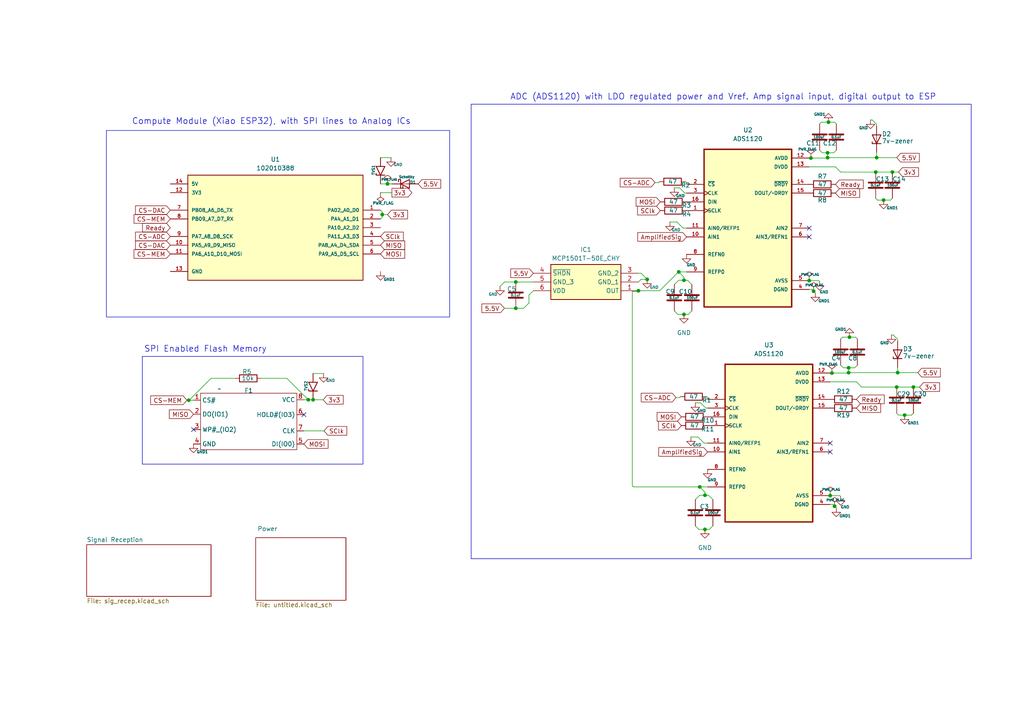
<source format=kicad_sch>
(kicad_sch (version 20230121) (generator eeschema)
  (paper "A4")
  (lib_symbols
    (symbol "21xt_symbols:102010388" (pin_names (offset 1.016))
      (property "Reference" "U" (at -25.4 16.002 0))
      (property "Value" "102010388" (at -25.4 -17.78 0))
      (symbol "102010388_0_0"
        (rectangle (start -25.4 -15.24) (end 25.4 15.24) (stroke (width 0.254)) (fill (type background)))
        (pin bidirectional line (at -30.48 5.08 0) (length 5.08) (name "PA02_A0_D0") (number "1"))
        (pin bidirectional line (at 30.48 -5.08 180) (length 5.08) (name "PA5_A9_D9_MISO") (number "10"))
        (pin bidirectional line (at 30.48 -7.62 180) (length 5.08) (name "PA6_A10_D10_MOSI") (number "11"))
        (pin power_in line (at 30.48 10.16 180) (length 5.08) (name "3V3") (number "12"))
        (pin power_in line (at 30.48 -12.7 180) (length 5.08) (name "GND") (number "13"))
        (pin power_in line (at 30.48 12.7 180) (length 5.08) (name "5V") (number "14"))
        (pin bidirectional line (at -30.48 2.54 0) (length 5.08) (name "PA4_A1_D1") (number "2"))
        (pin bidirectional line (at -30.48 0 0) (length 5.08) (name "PA10_A2_D2") (number "3"))
        (pin bidirectional line (at -30.48 -2.54 0) (length 5.08) (name "PA11_A3_D3") (number "4"))
        (pin bidirectional line (at -30.48 -5.08 0) (length 5.08) (name "PA8_A4_D4_SDA") (number "5"))
        (pin bidirectional line (at -30.48 -7.62 0) (length 5.08) (name "PA9_A5_D5_SCL") (number "6"))
        (pin bidirectional line (at 30.48 5.08 180) (length 5.08) (name "PB08_A6_D6_TX") (number "7"))
        (pin bidirectional line (at 30.48 2.54 180) (length 5.08) (name "PB09_A7_D7_RX") (number "8"))
        (pin bidirectional line (at 30.48 -2.54 180) (length 5.08) (name "PA7_A8_D8_SCK") (number "9"))
      )
    )
    (symbol "21xt_symbols:ADS1120IPWR" (pin_names (offset 1.016))
      (property "Reference" "U" (at -12.7 23.86 0))
      (property "Value" "ADS1120IPWR" (at -12.7 -26.86 0))
      (symbol "ADS1120IPWR_0_0"
        (rectangle (start -12.7 -22.86) (end 12.7 22.86) (stroke (width 0.41)) (fill (type background)))
        (pin input clock (at -17.78 5.08 0) (length 5.08) (name "SCLK") (number "1"))
        (pin bidirectional line (at -17.78 -2.54 0) (length 5.08) (name "AIN1") (number "10"))
        (pin bidirectional line (at -17.78 0 0) (length 5.08) (name "AIN0/REFP1") (number "11"))
        (pin power_in line (at 17.78 20.32 180) (length 5.08) (name "AVDD") (number "12"))
        (pin power_in line (at 17.78 17.78 180) (length 5.08) (name "DVDD") (number "13"))
        (pin output line (at 17.78 12.7 180) (length 5.08) (name "~{DRDY}") (number "14"))
        (pin output line (at 17.78 10.16 180) (length 5.08) (name "DOUT/~DRDY") (number "15"))
        (pin input line (at -17.78 7.62 0) (length 5.08) (name "DIN") (number "16"))
        (pin input line (at -17.78 12.7 0) (length 5.08) (name "~{CS}") (number "2"))
        (pin input clock (at -17.78 10.16 0) (length 5.08) (name "CLK") (number "3"))
        (pin power_in line (at 17.78 -17.78 180) (length 5.08) (name "DGND") (number "4"))
        (pin power_in line (at 17.78 -15.24 180) (length 5.08) (name "AVSS") (number "5"))
        (pin bidirectional line (at 17.78 -2.54 180) (length 5.08) (name "AIN3/REFN1") (number "6"))
        (pin bidirectional line (at 17.78 0 180) (length 5.08) (name "AIN2") (number "7"))
        (pin bidirectional line (at -17.78 -7.62 0) (length 5.08) (name "REFN0") (number "8"))
        (pin bidirectional line (at -17.78 -12.7 0) (length 5.08) (name "REFP0") (number "9"))
      )
    )
    (symbol "21xt_symbols:MCP1501T-50E_CHY"
      (property "Reference" "IC" (at 26.67 7.62 0))
      (property "Value" "MCP1501T-50E_CHY" (at 26.67 5.08 0))
      (symbol "MCP1501T-50E_CHY_1_1"
        (rectangle (start 5.08 2.54) (end 25.4 -7.62) (stroke (width 0.254)) (fill (type background)))
        (pin passive line (at 0 0 0) (length 5.08) (name "OUT") (number "1"))
        (pin passive line (at 0 -2.54 0) (length 5.08) (name "GND_1") (number "2"))
        (pin passive line (at 0 -5.08 0) (length 5.08) (name "GND_2") (number "3"))
        (pin passive line (at 30.48 -5.08 180) (length 5.08) (name "~{SHDN}") (number "4"))
        (pin passive line (at 30.48 -2.54 180) (length 5.08) (name "GND_3") (number "5"))
        (pin passive line (at 30.48 0 180) (length 5.08) (name "VDD") (number "6"))
      )
    )
    (symbol "21xt_symbols:SPIFLASH"
      (property "Reference" "F" (at 7.747 -0.381 0))
      (symbol "SPIFLASH_0_1"
        (rectangle (start -5.461 -1.27) (end 22.479 -17.653))
      )
      (symbol "SPIFLASH_1_1"
        (pin input line (at -7.493 -3.302 0) (length 2) (name "CS#") (number "1"))
        (pin input line (at -7.493 -7.366 0) (length 2) (name "DO(IO1)") (number "2"))
        (pin input line (at -7.493 -11.811 0) (length 2) (name "WP#_(IO2)") (number "3"))
        (pin input line (at -7.493 -16.002 0) (length 2) (name "GND") (number "4"))
        (pin input line (at 24.511 -16.002 180) (length 2) (name "DI(IO0)") (number "5"))
        (pin input line (at 24.511 -7.493 180) (length 2) (name "HOLD#(IO3)") (number "6"))
        (pin input line (at 24.511 -12.192 180) (length 2) (name "CLK") (number "7"))
        (pin input line (at 24.511 -3.175 180) (length 2) (name "VCC") (number "8"))
      )
    )
    (symbol "Device:C" (pin_numbers hide) (pin_names (offset 0.254))
      (property "Reference" "C" (at 0.635 2.54 0))
      (property "Value" "C" (at 0.635 -2.54 0))
      (symbol "C_0_1"
        (polyline (pts (xy -2.032 -0.762) (xy 2.032 -0.762)) (stroke (width 0.508)))
        (polyline (pts (xy -2.032 0.762) (xy 2.032 0.762)) (stroke (width 0.508)))
      )
      (symbol "C_1_1"
        (pin passive line (at 0 3.81 270) (length 2.794) (name "~") (number "1"))
        (pin passive line (at 0 -3.81 90) (length 2.794) (name "~") (number "2"))
      )
    )
    (symbol "Device:D_Schottky" (pin_numbers hide) (pin_names (offset 1.016) hide)
      (property "Reference" "D" (at 0 2.54 0))
      (property "Value" "D_Schottky" (at 0 -2.54 0))
      (symbol "D_Schottky_0_1"
        (polyline (pts (xy 1.27 0) (xy -1.27 0)))
        (polyline (pts (xy 1.27 1.27) (xy 1.27 -1.27) (xy -1.27 0) (xy 1.27 1.27)) (stroke (width 0.254)))
        (polyline (pts (xy -1.905 0.635) (xy -1.905 1.27) (xy -1.27 1.27) (xy -1.27 -1.27) (xy -0.635 -1.27) (xy -0.635 -0.635)) (stroke (width 0.254)))
      )
      (symbol "D_Schottky_1_1"
        (pin passive line (at -3.81 0 0) (length 2.54) (name "K") (number "1"))
        (pin passive line (at 3.81 0 180) (length 2.54) (name "A") (number "2"))
      )
    )
    (symbol "Device:D_Zener" (pin_numbers hide) (pin_names (offset 1.016) hide)
      (property "Reference" "D" (at 0 2.54 0))
      (property "Value" "D_Zener" (at 0 -2.54 0))
      (symbol "D_Zener_0_1"
        (polyline (pts (xy 1.27 0) (xy -1.27 0)))
        (polyline (pts (xy -1.27 -1.27) (xy -1.27 1.27) (xy -0.762 1.27)) (stroke (width 0.254)))
        (polyline (pts (xy 1.27 -1.27) (xy 1.27 1.27) (xy -1.27 0) (xy 1.27 -1.27)) (stroke (width 0.254)))
      )
      (symbol "D_Zener_1_1"
        (pin passive line (at -3.81 0 0) (length 2.54) (name "K") (number "1"))
        (pin passive line (at 3.81 0 180) (length 2.54) (name "A") (number "2"))
      )
    )
    (symbol "Device:R" (pin_numbers hide) (pin_names (offset 0))
      (property "Reference" "R" (at 2.032 0 90))
      (property "Value" "R" (at 0 0 90))
      (symbol "R_0_1"
        (rectangle (start -1.016 -2.54) (end 1.016 2.54) (stroke (width 0.254)))
      )
      (symbol "R_1_1"
        (pin passive line (at 0 3.81 270) (length 1.27) (name "~") (number "1"))
        (pin passive line (at 0 -3.81 90) (length 1.27) (name "~") (number "2"))
      )
    )
    (symbol "Diode:1.5KExxA" (pin_numbers hide) (pin_names (offset 1.016) hide)
      (property "Reference" "D" (at 0 2.54 0))
      (property "Value" "1.5KExxA" (at 0 -2.54 0))
      (symbol "1.5KExxA_0_1"
        (polyline (pts (xy -0.762 1.27) (xy -1.27 1.27) (xy -1.27 -1.27)) (stroke (width 0.254)))
        (polyline (pts (xy 1.27 1.27) (xy 1.27 -1.27) (xy -1.27 0) (xy 1.27 1.27)) (stroke (width 0.254)))
      )
      (symbol "1.5KExxA_1_1"
        (pin passive line (at -3.81 0 0) (length 2.54) (name "A1") (number "1"))
        (pin passive line (at 3.81 0 180) (length 2.54) (name "A2") (number "2"))
      )
    )
    (symbol "power:GND" (power) (pin_names (offset 0))
      (property "Value" "GND" (at 0 -3.81 0))
      (symbol "GND_0_1"
        (polyline (pts (xy 0 0) (xy 0 -1.27) (xy 1.27 -1.27) (xy 0 -2.54) (xy -1.27 -1.27) (xy 0 -1.27)))
      )
      (symbol "GND_1_1"
        (pin power_in line (at 0 0 270) (length 0) hide (name "GND") (number "1"))
      )
    )
    (symbol "power:GND1" (power) (pin_names (offset 0))
      (property "Value" "GND1" (at 0 -3.81 0))
      (symbol "GND1_0_1"
        (polyline (pts (xy 0 0) (xy 0 -1.27) (xy 1.27 -1.27) (xy 0 -2.54) (xy -1.27 -1.27) (xy 0 -1.27)))
      )
      (symbol "GND1_1_1"
        (pin power_in line (at 0 0 270) (length 0) hide (name "GND1") (number "1"))
      )
    )
    (symbol "power:PWR_FLAG" (power) (pin_numbers hide) (pin_names (offset 0) hide)
      (property "Value" "PWR_FLAG" (at 0 3.81 0))
      (symbol "PWR_FLAG_0_0"
        (pin power_out line (at 0 0 90) (length 0) (name "pwr") (number "1"))
      )
      (symbol "PWR_FLAG_0_1"
        (polyline (pts (xy 0 0) (xy 0 1.27) (xy -1.016 1.905) (xy 0 2.54) (xy 1.016 1.905) (xy 0 1.27)))
      )
    )
  )
  (junction (at 254.254 45.72))
  (junction (at 149.606 89.408))
  (junction (at 260.096 112.268))
  (junction (at 202.9563 141.224))
  (junction (at 240.792 143.764))
  (junction (at 254 49.911))
  (junction (at 204.47 153.543))
  (junction (at 240.03 45.72))
  (junction (at 235.966 84.455))
  (junction (at 246.38 97.79))
  (junction (at 258.826 49.911))
  (junction (at 149.606 81.788))
  (junction (at 234.696 81.407))
  (junction (at 246.126 106.68))
  (junction (at 110.871 62.23))
  (junction (at 89.408 115.951))
  (junction (at 256.286 58.039))
  (junction (at 187.706 81.026))
  (junction (at 54.737 116.078))
  (junction (at 240.03 44.323))
  (junction (at 242.062 146.812))
  (junction (at 112.395 53.34))
  (junction (at 262.382 120.396))
  (junction (at 198.374 81.28))
  (junction (at 264.922 112.268))
  (junction (at 196.8603 78.867))
  (junction (at 241.3 108.204))
  (junction (at 240.284 35.433))
  (junction (at 246.126 108.077))
  (junction (at 198.374 91.186))
  (junction (at 204.47 143.637))
  (junction (at 260.35 108.077))
  (junction (at 185.166 84.328))
  (junction (at 90.805 115.951))
  (junction (at 235.204 45.847))
  (no_connect (at 240.792 131.064))
  (no_connect (at 56.134 124.587))
  (no_connect (at 88.138 120.269))
  (no_connect (at 234.696 68.707))
  (no_connect (at 240.792 128.524))
  (no_connect (at 234.696 66.167))
  (wire (pts (xy 256.286 58.039) (xy 258.318 58.039)))
  (wire (pts (xy 238.252 35.433) (xy 237.744 35.941)))
  (wire (pts (xy 198.628 56.007) (xy 199.136 56.007)))
  (wire (pts (xy 89.408 115.951) (xy 88.138 115.951)))
  (wire (pts (xy 185.166 84.328) (xy 191.328 84.328)))
  (wire (pts (xy 260.35 108.077) (xy 266.192 108.077)))
  (wire (pts (xy 110.363 60.96) (xy 110.871 61.468)))
  (wire (pts (xy 244.602 106.68) (xy 246.126 106.68)))
  (wire (pts (xy 196.8603 78.867) (xy 196.789 78.867)))
  (wire (pts (xy 246.126 108.204) (xy 241.3 108.204)))
  (wire (pts (xy 202.946 143.637) (xy 204.47 143.637)))
  (wire (pts (xy 241.554 146.304) (xy 242.062 146.812)))
  (wire (pts (xy 112.395 53.34) (xy 110.363 53.34)))
  (wire (pts (xy 201.676 116.84) (xy 203.2 116.84)))
  (wire (pts (xy 202.692 153.543) (xy 201.676 152.527)))
  (wire (pts (xy 235.204 45.847) (xy 234.696 45.847)))
  (wire (pts (xy 205.486 143.637) (xy 206.756 144.907)))
  (wire (pts (xy 110.363 45.72) (xy 113.411 45.72)))
  (wire (pts (xy 199.136 53.467) (xy 199.136 52.959)))
  (wire (pts (xy 248.158 97.79) (xy 248.666 98.298)))
  (wire (pts (xy 254.254 36.576) (xy 254.254 36.068)))
  (wire (pts (xy 260.096 112.268) (xy 264.922 112.268)))
  (wire (pts (xy 54.737 116.078) (xy 56.134 116.078)))
  (wire (pts (xy 254 49.911) (xy 258.826 49.911)))
  (wire (pts (xy 237.49 81.407) (xy 237.744 81.661)))
  (wire (pts (xy 260.604 120.396) (xy 260.096 119.888)))
  (wire (pts (xy 246.126 108.077) (xy 260.35 108.077)))
  (wire (pts (xy 202.9563 141.224) (xy 183.896 141.224)))
  (wire (pts (xy 149.606 89.408) (xy 151.892 89.408)))
  (wire (pts (xy 153.416 85.598) (xy 154.686 84.328)))
  (wire (pts (xy 149.606 89.408) (xy 146.304 89.408)))
  (wire (pts (xy 195.58 54.483) (xy 197.104 54.483)))
  (wire (pts (xy 187.706 81.026) (xy 185.928 81.026)))
  (wire (pts (xy 202.946 143.637) (xy 201.676 144.907)))
  (wire (pts (xy 254.254 44.196) (xy 254.254 45.72)))
  (wire (pts (xy 199.644 91.186) (xy 200.66 90.17)))
  (wire (pts (xy 202.438 126.746) (xy 204.216 128.524)))
  (wire (pts (xy 199.136 78.867) (xy 196.8603 78.867)))
  (wire (pts (xy 198.374 91.186) (xy 199.644 91.186)))
  (wire (pts (xy 185.928 79.248) (xy 187.706 81.026)))
  (wire (pts (xy 240.792 146.304) (xy 241.554 146.304)))
  (wire (pts (xy 258.826 49.911) (xy 260.604 49.911)))
  (wire (pts (xy 183.388 84.551) (xy 185.166 84.551)))
  (wire (pts (xy 196.342 64.389) (xy 198.12 66.167)))
  (wire (pts (xy 204.47 153.543) (xy 205.74 153.543)))
  (wire (pts (xy 264.922 112.268) (xy 266.7 112.268)))
  (wire (pts (xy 113.665 55.88) (xy 110.363 55.88)))
  (wire (pts (xy 205.232 141.224) (xy 202.9563 141.224)))
  (wire (pts (xy 260.35 106.553) (xy 260.35 108.077)))
  (wire (pts (xy 240.03 45.72) (xy 254.254 45.72)))
  (wire (pts (xy 247.904 106.68) (xy 248.666 105.918)))
  (wire (pts (xy 204.47 142.7377) (xy 202.9563 141.224)))
  (wire (pts (xy 93.726 115.951) (xy 90.805 115.951)))
  (wire (pts (xy 205.232 115.316) (xy 204.978 115.062)))
  (wire (pts (xy 258.572 97.155) (xy 259.08 97.155)))
  (wire (pts (xy 246.126 106.68) (xy 247.904 106.68)))
  (wire (pts (xy 241.3 108.204) (xy 240.792 108.204)))
  (wire (pts (xy 199.39 81.28) (xy 200.66 82.55)))
  (wire (pts (xy 238.506 44.323) (xy 237.744 43.561)))
  (wire (pts (xy 149.606 81.788) (xy 154.686 81.788)))
  (wire (pts (xy 240.284 35.433) (xy 238.252 35.433)))
  (wire (pts (xy 200.406 126.746) (xy 202.438 126.746)))
  (wire (pts (xy 54.737 116.205) (xy 54.737 116.078)))
  (wire (pts (xy 149.606 81.788) (xy 146.304 81.788)))
  (wire (pts (xy 254.508 58.039) (xy 254 57.531)))
  (wire (pts (xy 240.03 45.847) (xy 235.204 45.847)))
  (wire (pts (xy 198.374 81.28) (xy 199.39 81.28)))
  (wire (pts (xy 264.414 120.396) (xy 264.922 119.888)))
  (wire (pts (xy 249.936 112.268) (xy 260.096 112.268)))
  (wire (pts (xy 196.088 115.316) (xy 197.104 115.316)))
  (wire (pts (xy 68.199 109.728) (xy 61.214 109.728)))
  (wire (pts (xy 90.805 108.331) (xy 93.853 108.331)))
  (wire (pts (xy 258.318 58.039) (xy 258.826 57.531)))
  (wire (pts (xy 242.062 35.433) (xy 242.57 35.941)))
  (wire (pts (xy 185.928 81.026) (xy 185.166 81.788)))
  (wire (pts (xy 196.596 91.186) (xy 195.58 90.17)))
  (wire (pts (xy 54.229 116.078) (xy 54.737 116.078)))
  (wire (pts (xy 61.214 109.728) (xy 54.737 116.205)))
  (wire (pts (xy 189.992 52.959) (xy 191.008 52.959)))
  (wire (pts (xy 252.476 34.798) (xy 252.984 34.798)))
  (wire (pts (xy 254.254 36.068) (xy 252.984 34.798)))
  (wire (pts (xy 234.696 81.407) (xy 237.49 81.407)))
  (wire (pts (xy 248.158 97.79) (xy 246.38 97.79)))
  (wire (pts (xy 146.304 81.788) (xy 145.034 83.058)))
  (wire (pts (xy 238.506 44.323) (xy 240.03 44.323)))
  (wire (pts (xy 153.416 87.884) (xy 151.892 89.408)))
  (wire (pts (xy 240.792 143.764) (xy 243.586 143.764)))
  (wire (pts (xy 249.936 112.268) (xy 248.412 110.744)))
  (wire (pts (xy 235.458 83.947) (xy 235.966 84.455)))
  (wire (pts (xy 75.819 109.728) (xy 83.185 109.728)))
  (wire (pts (xy 113.665 53.34) (xy 112.395 53.34)))
  (wire (pts (xy 244.602 106.68) (xy 243.84 105.918)))
  (wire (pts (xy 235.966 84.455) (xy 236.474 84.963)))
  (wire (pts (xy 195.58 82.55) (xy 196.85 81.28)))
  (wire (pts (xy 240.03 44.323) (xy 240.03 45.72)))
  (wire (pts (xy 197.104 54.483) (xy 198.628 56.007)))
  (wire (pts (xy 199.136 52.959) (xy 198.882 52.705)))
  (wire (pts (xy 198.374 91.186) (xy 196.596 91.186)))
  (wire (pts (xy 204.47 153.543) (xy 202.692 153.543)))
  (wire (pts (xy 198.12 66.167) (xy 199.136 66.167)))
  (wire (pts (xy 203.2 116.84) (xy 204.724 118.364)))
  (wire (pts (xy 183.388 84.551) (xy 183.388 140.97)))
  (wire (pts (xy 240.03 44.323) (xy 241.808 44.323)))
  (wire (pts (xy 260.35 98.933) (xy 260.35 98.425)))
  (wire (pts (xy 204.47 143.637) (xy 204.47 142.7377)))
  (wire (pts (xy 185.166 84.551) (xy 185.166 84.328)))
  (wire (pts (xy 254.254 45.72) (xy 260.096 45.72)))
  (wire (pts (xy 260.604 120.396) (xy 262.382 120.396)))
  (wire (pts (xy 93.98 124.968) (xy 88.138 124.968)))
  (wire (pts (xy 185.166 79.248) (xy 185.928 79.248)))
  (wire (pts (xy 246.126 106.68) (xy 246.126 108.077)))
  (wire (pts (xy 191.008 52.959) (xy 191.262 52.705)))
  (wire (pts (xy 205.232 115.824) (xy 205.232 115.316)))
  (wire (pts (xy 194.31 64.389) (xy 196.342 64.389)))
  (wire (pts (xy 205.74 153.543) (xy 206.756 152.527)))
  (wire (pts (xy 241.808 44.323) (xy 242.57 43.561)))
  (wire (pts (xy 204.216 128.524) (xy 205.232 128.524)))
  (wire (pts (xy 198.374 81.28) (xy 198.374 80.3807)))
  (wire (pts (xy 243.84 49.911) (xy 242.316 48.387)))
  (wire (pts (xy 240.792 110.744) (xy 248.412 110.744)))
  (wire (pts (xy 262.382 120.396) (xy 264.414 120.396)))
  (wire (pts (xy 243.586 143.764) (xy 243.84 144.018)))
  (wire (pts (xy 110.871 62.23) (xy 110.871 62.992)))
  (wire (pts (xy 204.47 143.637) (xy 205.486 143.637)))
  (wire (pts (xy 83.185 109.728) (xy 89.408 115.951)))
  (wire (pts (xy 243.84 49.911) (xy 254 49.911)))
  (wire (pts (xy 191.328 84.328) (xy 196.789 78.867)))
  (wire (pts (xy 196.85 81.28) (xy 198.374 81.28)))
  (wire (pts (xy 254.508 58.039) (xy 256.286 58.039)))
  (wire (pts (xy 242.062 146.812) (xy 242.57 147.32)))
  (wire (pts (xy 110.871 62.992) (xy 110.363 63.5)))
  (wire (pts (xy 260.35 98.425) (xy 259.08 97.155)))
  (wire (pts (xy 110.871 62.23) (xy 112.395 62.23)))
  (wire (pts (xy 183.896 141.224) (xy 183.388 140.97)))
  (wire (pts (xy 197.104 115.316) (xy 197.358 115.062)))
  (wire (pts (xy 153.416 87.884) (xy 153.416 85.598)))
  (wire (pts (xy 234.696 48.387) (xy 242.316 48.387)))
  (wire (pts (xy 244.348 97.79) (xy 243.84 98.298)))
  (wire (pts (xy 234.696 83.947) (xy 235.458 83.947)))
  (wire (pts (xy 246.38 97.79) (xy 244.348 97.79)))
  (wire (pts (xy 198.374 80.3807) (xy 196.8603 78.867)))
  (wire (pts (xy 204.724 118.364) (xy 205.232 118.364)))
  (wire (pts (xy 110.871 61.468) (xy 110.871 62.23)))
  (wire (pts (xy 90.805 115.951) (xy 89.408 115.951)))
  (wire (pts (xy 246.126 108.077) (xy 246.126 108.204)))
  (wire (pts (xy 240.03 45.72) (xy 240.03 45.847)))
  (wire (pts (xy 242.062 35.433) (xy 240.284 35.433)))
  (rectangle (start 41.275 103.378) (end 105.283 134.62))
  (rectangle (start 136.652 30.226) (end 281.686 162.052))
  (rectangle (start 30.861 37.846) (end 130.429 91.948))
  (text "Compute Module (Xiao ESP32), with SPI lines to Analog ICs\n" (at 38.227 36.322 0) (effects (font (size 1.75 1.75)) (justify left bottom)))
  (text "SPI Enabled Flash Memory" (at 41.783 102.362 0) (effects (font (size 1.75 1.75)) (justify left bottom)))
  (text "ADC (ADS1120) with LDO regulated power and Vref. Amp signal input, digital output to ESP" (at 147.955 29.21 0) (effects (font (size 1.75 1.75)) (justify left bottom)))
  (global_label "3v3" (shape input) (at 93.726 115.951 0) (property "Intersheetrefs" "${INTERSHEET_REFS}" (effects hide)))
  (global_label "5.5V" (shape input) (at 146.304 89.408 180) (property "Intersheetrefs" "${INTERSHEET_REFS}" (effects hide)))
  (global_label "CS-MEM" (shape input) (at 49.403 73.66 180) (property "Intersheetrefs" "${INTERSHEET_REFS}" (effects hide)))
  (global_label "CS-ADC" (shape input) (at 196.088 115.316 180) (property "Intersheetrefs" "${INTERSHEET_REFS}" (effects hide)))
  (global_label "AmplifiedSig" (shape input) (at 205.232 131.064 180) (property "Intersheetrefs" "${INTERSHEET_REFS}" (effects hide)))
  (global_label "MOSI" (shape input) (at 88.138 128.778 0) (property "Intersheetrefs" "${INTERSHEET_REFS}" (effects hide)))
  (global_label "Ready" (shape input) (at 248.412 115.824 0) (property "Intersheetrefs" "${INTERSHEET_REFS}" (effects hide)))
  (global_label "CS-ADC" (shape input) (at 49.403 68.58 180) (property "Intersheetrefs" "${INTERSHEET_REFS}" (effects hide)))
  (global_label "Ready" (shape input) (at 49.403 66.04 180) (property "Intersheetrefs" "${INTERSHEET_REFS}" (effects hide)))
  (global_label "SClk" (shape input) (at 110.363 68.58 0) (property "Intersheetrefs" "${INTERSHEET_REFS}" (effects hide)))
  (global_label "MISO" (shape input) (at 56.134 120.142 180) (property "Intersheetrefs" "${INTERSHEET_REFS}" (effects hide)))
  (global_label "SClk" (shape input) (at 191.516 61.087 180) (property "Intersheetrefs" "${INTERSHEET_REFS}" (effects hide)))
  (global_label "CS-ADC" (shape input) (at 189.992 52.959 180) (property "Intersheetrefs" "${INTERSHEET_REFS}" (effects hide)))
  (global_label "Ready" (shape input) (at 242.316 53.467 0) (property "Intersheetrefs" "${INTERSHEET_REFS}" (effects hide)))
  (global_label "SClk" (shape input) (at 197.612 123.444 180) (property "Intersheetrefs" "${INTERSHEET_REFS}" (effects hide)))
  (global_label "MISO" (shape input) (at 110.363 71.12 0) (property "Intersheetrefs" "${INTERSHEET_REFS}" (effects hide)))
  (global_label "5.5V" (shape input) (at 266.192 108.077 0) (property "Intersheetrefs" "${INTERSHEET_REFS}" (effects hide)))
  (global_label "MOSI" (shape input) (at 197.612 120.904 180) (property "Intersheetrefs" "${INTERSHEET_REFS}" (effects hide)))
  (global_label "3v3" (shape input) (at 260.604 49.911 0) (property "Intersheetrefs" "${INTERSHEET_REFS}" (effects hide)))
  (global_label "MISO" (shape input) (at 242.316 56.007 0) (property "Intersheetrefs" "${INTERSHEET_REFS}" (effects hide)))
  (global_label "MOSI" (shape input) (at 191.516 58.547 180) (property "Intersheetrefs" "${INTERSHEET_REFS}" (effects hide)))
  (global_label "5.5V" (shape input) (at 121.285 53.34 0) (property "Intersheetrefs" "${INTERSHEET_REFS}" (effects hide)))
  (global_label "MISO" (shape input) (at 248.412 118.364 0) (property "Intersheetrefs" "${INTERSHEET_REFS}" (effects hide)))
  (global_label "AmplifiedSig" (shape input) (at 199.136 68.707 180) (property "Intersheetrefs" "${INTERSHEET_REFS}" (effects hide)))
  (global_label "3v3" (shape input) (at 266.7 112.268 0) (property "Intersheetrefs" "${INTERSHEET_REFS}" (effects hide)))
  (global_label "3v3" (shape output) (at 113.665 55.88 0) (property "Intersheetrefs" "${INTERSHEET_REFS}" (effects hide)))
  (global_label "CS-DAC" (shape input) (at 49.403 60.96 180) (property "Intersheetrefs" "${INTERSHEET_REFS}" (effects hide)))
  (global_label "CS-DAC" (shape input) (at 49.403 71.12 180) (property "Intersheetrefs" "${INTERSHEET_REFS}" (effects hide)))
  (global_label "MOSI" (shape input) (at 110.363 73.66 0) (property "Intersheetrefs" "${INTERSHEET_REFS}" (effects hide)))
  (global_label "SClk" (shape input) (at 93.98 124.968 0) (property "Intersheetrefs" "${INTERSHEET_REFS}" (effects hide)))
  (global_label "3v3" (shape input) (at 112.395 62.23 0) (property "Intersheetrefs" "${INTERSHEET_REFS}" (effects hide)))
  (global_label "5.5V" (shape input) (at 260.096 45.72 0) (property "Intersheetrefs" "${INTERSHEET_REFS}" (effects hide)))
  (global_label "CS-MEM" (shape input) (at 49.403 63.5 180) (property "Intersheetrefs" "${INTERSHEET_REFS}" (effects hide)))
  (global_label "5.5V" (shape input) (at 154.686 79.248 180) (property "Intersheetrefs" "${INTERSHEET_REFS}" (effects hide)))
  (global_label "CS-MEM" (shape input) (at 54.229 116.078 180) (property "Intersheetrefs" "${INTERSHEET_REFS}" (effects hide)))
  (symbol (lib_id "Device:R") (at 238.506 53.467 90) (unit 1)
    (property "Reference" "R7" (at 238.506 51.181 90))
    (property "Value" "47" (at 238.506 53.467 90))
    (property "Footprint" "Resistor_SMD:R_0603_1608Metric" (effects hide))
  )
  (symbol (lib_id "Device:C") (at 200.66 86.36 0) (unit 1)
    (property "Reference" "C10" (at 196.85 84.582 0) (effects (justify left)))
    (property "Value" "100uF" (at 199.136 86.36 0) (effects (font (size 0.7 0.7)) (justify left)))
    (property "Footprint" "Capacitor_SMD:C_0603_1608Metric" (effects hide))
  )
  (symbol (lib_id "power:GND") (at 201.676 116.84 0) (unit 1)
    (property "Reference" "#PWR04" (effects hide))
    (property "Value" "GND" (at 203.454 119.126 0) (effects (font (size 0.8 0.8))))
  )
  (symbol (lib_id "power:GND") (at 194.31 64.389 0) (unit 1)
    (property "Reference" "#PWR019" (effects hide))
    (property "Value" "GND" (at 196.088 66.675 0) (effects (font (size 0.8 0.8))))
  )
  (symbol (lib_id "power:GND1") (at 56.134 128.778 0) (unit 1)
    (property "Reference" "#PWR06" (effects hide))
    (property "Value" "GND1" (at 58.674 131.064 0) (effects (font (size 0.8 0.8))))
  )
  (symbol (lib_id "21xt_symbols:102010388") (at 79.883 66.04 0) (mirror y) (unit 1)
    (property "Reference" "U1" (at 79.883 46.228 0))
    (property "Value" "102010388" (at 79.883 48.768 0))
    (property "Footprint" "21xt_footprints:MODULE_102010388" (effects hide))
    (property "MF" "seeed technology limited" (effects hide))
    (property "MAXIMUM_PACKAGE_HEIGHT" "N/A" (effects hide))
    (property "Package" "None" (effects hide))
    (property "Price" "None" (effects hide))
    (property "Check_prices" "https://www.snapeda.com/parts/102010388/Techno/view-part/?ref=eda" (effects hide))
    (property "STANDARD" "Manufacturer Recommendations" (effects hide))
    (property "PARTREV" "N/A" (effects hide))
    (property "SnapEDA_Link" "https://www.snapeda.com/parts/102010388/Techno/view-part/?ref=snap" (effects hide))
    (property "MP" "102010388" (effects hide))
    (property "Purchase-URL" "https://www.snapeda.com/api/url_track_click_mouser/?unipart_id=7601083&manufacturer=seeed technology limited&part_name=102010388&search_term=None" (effects hide))
    (property "Description" "\nSAMD21G18 Seeeduino XIAO - ARM® Cortex®-M0 MCU 32-Bit Embedded Evaluation Board\n" (effects hide))
    (property "MANUFACTURER" "Seeed Technology" (effects hide))
    (property "Availability" "In Stock" (effects hide))
    (property "SNAPEDA_PN" "102010388" (effects hide))
  )
  (symbol (lib_id "Device:C") (at 258.826 53.721 0) (unit 1)
    (property "Reference" "C14" (at 258.826 51.943 0) (effects (justify left)))
    (property "Value" "100uF" (at 257.302 53.721 0) (effects (font (size 0.7 0.7)) (justify left)))
    (property "Footprint" "Capacitor_SMD:C_0603_1608Metric" (effects hide))
  )
  (symbol (lib_id "21xt_symbols:ADS1120IPWR") (at 216.916 66.167 0) (unit 1)
    (property "Reference" "U2" (at 216.916 37.719 0))
    (property "Value" "ADS1120" (at 216.916 40.259 0))
    (property "Footprint" "21xt_footprints:SOP65P640X120-16N" (effects hide))
  )
  (symbol (lib_id "Device:C") (at 243.84 102.108 180) (unit 1)
    (property "Reference" "C4" (at 243.84 103.886 0) (effects (justify left)))
    (property "Value" "100uF" (at 245.364 102.108 0) (effects (font (size 0.7 0.7)) (justify left)))
    (property "Footprint" "Capacitor_SMD:C_0603_1608Metric" (effects hide))
  )
  (symbol (lib_id "Device:R") (at 195.072 52.705 270) (unit 1)
    (property "Reference" "R2" (at 198.882 53.721 90))
    (property "Value" "47" (at 195.072 52.705 90))
    (property "Footprint" "Resistor_SMD:R_0603_1608Metric" (effects hide))
  )
  (symbol (lib_id "power:GND") (at 204.47 153.543 0) (unit 1)
    (property "Reference" "#PWR05" (effects hide))
    (property "Value" "GND" (at 204.47 158.877 0))
  )
  (symbol (lib_id "power:GND1") (at 242.57 147.32 0) (unit 1)
    (property "Reference" "#PWR034" (effects hide))
    (property "Value" "GND1" (at 245.11 149.606 0) (effects (font (size 0.8 0.8))))
  )
  (symbol (lib_id "Device:R") (at 201.422 123.444 270) (unit 1)
    (property "Reference" "R11" (at 205.232 124.46 90))
    (property "Value" "47" (at 201.422 123.444 90))
    (property "Footprint" "Resistor_SMD:R_0603_1608Metric" (effects hide))
  )
  (symbol (lib_id "Device:C") (at 149.606 85.598 0) (unit 1)
    (property "Reference" "C5" (at 147.066 83.82 0) (effects (justify left)))
    (property "Value" "0.1uF" (at 148.082 85.598 0) (effects (font (size 0.7 0.7)) (justify left)))
    (property "Footprint" "Capacitor_SMD:C_0603_1608Metric" (effects hide))
  )
  (symbol (lib_id "Device:D_Schottky") (at 117.475 53.34 0) (unit 1)
    (property "Reference" "D1" (at 119.761 52.832 0) (effects (font (size 0.8 0.8))))
    (property "Value" "Schottky" (at 117.983 51.308 0) (effects (font (size 0.7 0.7))))
    (property "Footprint" "Diode_SMD:D_0603_1608Metric" (effects hide))
  )
  (symbol (lib_id "Device:R") (at 244.602 118.364 90) (unit 1)
    (property "Reference" "R19" (at 244.602 120.396 90))
    (property "Value" "47" (at 244.602 118.364 90))
    (property "Footprint" "Resistor_SMD:R_0603_1608Metric" (effects hide))
  )
  (symbol (lib_id "power:PWR_FLAG") (at 235.204 45.847 0) (unit 1)
    (property "Reference" "#FLG010" (effects hide))
    (property "Value" "PWR_FLAG" (at 234.188 43.307 0) (effects (font (size 0.7 0.7))))
  )
  (symbol (lib_id "power:GND") (at 200.406 126.746 0) (unit 1)
    (property "Reference" "#PWR03" (effects hide))
    (property "Value" "GND" (at 202.184 129.032 0) (effects (font (size 0.8 0.8))))
  )
  (symbol (lib_id "power:GND") (at 243.84 144.018 0) (unit 1)
    (property "Reference" "#PWR035" (effects hide))
    (property "Value" "GND" (at 245.11 147.066 0) (effects (font (size 0.8 0.8))))
  )
  (symbol (lib_id "Device:C") (at 195.58 86.36 0) (unit 1)
    (property "Reference" "C9" (at 193.04 84.582 0) (effects (justify left)))
    (property "Value" "0.1uF" (at 194.056 86.36 0) (effects (font (size 0.7 0.7)) (justify left)))
    (property "Footprint" "Capacitor_SMD:C_0603_1608Metric" (effects hide))
  )
  (symbol (lib_id "power:GND") (at 145.034 83.058 0) (unit 1)
    (property "Reference" "#PWR015" (effects hide))
    (property "Value" "GND" (at 143.002 85.344 0) (effects (font (size 0.8 0.8))))
  )
  (symbol (lib_id "power:PWR_FLAG") (at 242.062 146.812 0) (unit 1)
    (property "Reference" "#FLG03" (effects hide))
    (property "Value" "PWR_FLAG" (at 242.316 145.034 0) (effects (font (size 0.7 0.7))))
  )
  (symbol (lib_id "power:GND") (at 198.374 91.186 0) (unit 1)
    (property "Reference" "#PWR011" (effects hide))
    (property "Value" "GND" (at 198.374 96.52 0))
  )
  (symbol (lib_id "power:GND") (at 195.58 54.483 0) (unit 1)
    (property "Reference" "#PWR020" (effects hide))
    (property "Value" "GND" (at 197.358 56.769 0) (effects (font (size 0.8 0.8))))
  )
  (symbol (lib_id "Diode:1.5KExxA") (at 90.805 112.141 90) (unit 1)
    (property "Reference" "TVS2" (at 88.773 113.411 0) (effects (font (size 0.8 0.8)) (justify left)))
    (property "Value" "1.5KExxA" (effects hide))
    (property "Footprint" "Diode_SMD:D_0603_1608Metric" (effects hide))
    (property "Datasheet" "https://www.vishay.com/docs/88301/15ke.pdf" (effects hide))
  )
  (symbol (lib_id "power:GND") (at 205.232 136.144 0) (unit 1)
    (property "Reference" "#PWR033" (effects hide))
    (property "Value" "GND" (at 206.502 139.192 0) (effects (font (size 0.8 0.8))))
  )
  (symbol (lib_id "Diode:1.5KExxA") (at 110.363 49.53 90) (unit 1)
    (property "Reference" "TVS1" (at 108.331 50.8 0) (effects (font (size 0.8 0.8)) (justify left)))
    (property "Value" "1.5KExxA" (effects hide))
    (property "Footprint" "Diode_SMD:D_0603_1608Metric" (effects hide))
    (property "Datasheet" "https://www.vishay.com/docs/88301/15ke.pdf" (effects hide))
  )
  (symbol (lib_id "Device:C") (at 237.744 39.751 180) (unit 1)
    (property "Reference" "C11" (at 237.744 41.529 0) (effects (justify left)))
    (property "Value" "100uF" (at 239.268 39.751 0) (effects (font (size 0.7 0.7)) (justify left)))
    (property "Footprint" "Capacitor_SMD:C_0603_1608Metric" (effects hide))
  )
  (symbol (lib_id "power:GND1") (at 246.38 97.79 180) (unit 1)
    (property "Reference" "#PWR055" (effects hide))
    (property "Value" "GND1" (at 243.84 95.504 0) (effects (font (size 0.8 0.8))))
  )
  (symbol (lib_id "power:GND1") (at 262.382 120.396 0) (unit 1)
    (property "Reference" "#PWR057" (effects hide))
    (property "Value" "GND1" (at 264.922 122.682 0) (effects (font (size 0.8 0.8))))
  )
  (symbol (lib_id "Device:C") (at 242.57 39.751 180) (unit 1)
    (property "Reference" "C12" (at 242.57 41.529 0) (effects (justify left)))
    (property "Value" "0.1uF" (at 244.094 39.751 0) (effects (font (size 0.7 0.7)) (justify left)))
    (property "Footprint" "Capacitor_SMD:C_0603_1608Metric" (effects hide))
  )
  (symbol (lib_id "Device:C") (at 264.922 116.078 0) (unit 1)
    (property "Reference" "C30" (at 264.922 114.3 0) (effects (justify left)))
    (property "Value" "100uF" (at 263.398 116.078 0) (effects (font (size 0.7 0.7)) (justify left)))
    (property "Footprint" "Capacitor_SMD:C_0603_1608Metric" (effects hide))
  )
  (symbol (lib_id "Device:C") (at 260.096 116.078 0) (unit 1)
    (property "Reference" "C29" (at 260.096 114.3 0) (effects (justify left)))
    (property "Value" "0.1uF" (at 258.572 116.078 0) (effects (font (size 0.7 0.7)) (justify left)))
    (property "Footprint" "Capacitor_SMD:C_0603_1608Metric" (effects hide))
  )
  (symbol (lib_id "power:PWR_FLAG") (at 241.3 108.204 0) (unit 1)
    (property "Reference" "#FLG02" (effects hide))
    (property "Value" "PWR_FLAG" (at 240.284 105.664 0) (effects (font (size 0.7 0.7))))
  )
  (symbol (lib_id "power:PWR_FLAG") (at 234.696 81.407 0) (unit 1)
    (property "Reference" "#FLG09" (effects hide))
    (property "Value" "PWR_FLAG" (at 234.95 79.629 0) (effects (font (size 0.7 0.7))))
  )
  (symbol (lib_id "power:GND") (at 237.744 81.661 0) (unit 1)
    (property "Reference" "#PWR026" (effects hide))
    (property "Value" "GND" (at 239.014 84.709 0) (effects (font (size 0.8 0.8))))
  )
  (symbol (lib_id "Device:R") (at 195.326 58.547 270) (unit 1)
    (property "Reference" "R3" (at 199.136 59.563 90))
    (property "Value" "47" (at 195.326 58.547 90))
    (property "Footprint" "Resistor_SMD:R_0603_1608Metric" (effects hide))
  )
  (symbol (lib_id "power:GND") (at 113.411 45.72 0) (unit 1)
    (property "Reference" "#PWR08" (effects hide))
    (property "Value" "GND" (at 115.443 47.752 0) (effects (font (size 0.8 0.8))))
  )
  (symbol (lib_id "power:GND1") (at 240.284 35.433 180) (unit 1)
    (property "Reference" "#PWR027" (effects hide))
    (property "Value" "GND1" (at 237.744 33.147 0) (effects (font (size 0.8 0.8))))
  )
  (symbol (lib_id "power:PWR_FLAG") (at 110.363 55.88 180) (unit 1)
    (property "Reference" "#FLG04" (effects hide))
    (property "Value" "PWR_FLAG" (at 111.125 58.928 0) (effects (font (size 0.8 0.8))))
  )
  (symbol (lib_id "power:GND") (at 258.572 97.155 0) (unit 1)
    (property "Reference" "#PWR056" (effects hide))
    (property "Value" "GND" (at 256.54 99.441 0) (effects (font (size 0.8 0.8))))
  )
  (symbol (lib_id "21xt_symbols:MCP1501T-50E_CHY") (at 185.166 84.328 180) (unit 1)
    (property "Reference" "IC1" (at 169.926 72.39 0))
    (property "Value" "MCP1501T-50E_CHY" (at 169.926 74.93 0))
    (property "Footprint" "SOT95P280X145-6N" (effects hide))
    (property "Datasheet" "https://ww1.microchip.com/downloads/aemDocuments/documents/MSLD/ProductDocuments/DataSheets/MCP1501-Data-Sheet-DS20005474F.pdf" (effects hide))
    (property "Height" "1.45" (effects hide))
    (property "Mouser Part Number" "579-MCP1501T-50E/CHY" (effects hide))
    (property "Mouser Price/Stock" "https://www.mouser.co.uk/ProductDetail/Microchip-Technology/MCP1501T-50E-CHY?qs=Li%252BoUPsLEnt6h%2FnXwes%252BxQ%3D%3D" (effects hide))
    (property "Manufacturer_Name" "Microchip" (effects hide))
    (property "Manufacturer_Part_Number" "MCP1501T-50E/CHY" (effects hide))
  )
  (symbol (lib_id "Device:D_Zener") (at 260.35 102.743 90) (unit 1)
    (property "Reference" "D3" (at 261.874 101.219 90) (effects (justify right)))
    (property "Value" "7v-zener" (at 261.874 103.251 90) (effects (justify right)))
  )
  (symbol (lib_id "Device:C") (at 254 53.721 0) (unit 1)
    (property "Reference" "C13" (at 254 51.943 0) (effects (justify left)))
    (property "Value" "0.1uF" (at 252.476 53.721 0) (effects (font (size 0.7 0.7)) (justify left)))
    (property "Footprint" "Capacitor_SMD:C_0603_1608Metric" (effects hide))
  )
  (symbol (lib_id "Device:R") (at 195.326 61.087 270) (unit 1)
    (property "Reference" "R4" (at 199.136 62.103 90))
    (property "Value" "47" (at 195.326 61.087 90))
    (property "Footprint" "Resistor_SMD:R_0603_1608Metric" (effects hide))
  )
  (symbol (lib_id "power:PWR_FLAG") (at 112.395 53.34 0) (unit 1)
    (property "Reference" "#FLG05" (effects hide))
    (property "Value" "PWR_FLAG" (at 112.903 52.07 0) (effects (font (size 0.6 0.6))))
  )
  (symbol (lib_id "21xt_symbols:SPIFLASH") (at 63.627 112.776 0) (unit 1)
    (property "Reference" "F1" (at 72.136 113.284 0))
    (property "Value" "~" (at 63.627 112.776 0))
    (property "Footprint" "21xt_footprints:SPIFLASH" (effects hide))
  )
  (symbol (lib_id "Device:C") (at 206.756 148.717 0) (unit 1)
    (property "Reference" "C3" (at 202.946 146.939 0) (effects (justify left)))
    (property "Value" "100uF" (at 205.232 148.717 0) (effects (font (size 0.7 0.7)) (justify left)))
    (property "Footprint" "Capacitor_SMD:C_0603_1608Metric" (effects hide))
  )
  (symbol (lib_id "21xt_symbols:ADS1120IPWR") (at 223.012 128.524 0) (unit 1)
    (property "Reference" "U3" (at 223.012 100.076 0))
    (property "Value" "ADS1120" (at 223.012 102.616 0))
    (property "Footprint" "21xt_footprints:SOP65P640X120-16N" (effects hide))
  )
  (symbol (lib_id "power:GND1") (at 110.363 78.74 0) (unit 1)
    (property "Reference" "#PWR07" (effects hide))
    (property "Value" "GND1" (at 112.903 81.026 0) (effects (font (size 0.8 0.8))))
  )
  (symbol (lib_id "power:GND1") (at 256.286 58.039 0) (unit 1)
    (property "Reference" "#PWR029" (effects hide))
    (property "Value" "GND1" (at 258.826 60.325 0) (effects (font (size 0.8 0.8))))
  )
  (symbol (lib_id "Device:C") (at 201.676 148.717 0) (unit 1)
    (property "Reference" "C2" (effects hide))
    (property "Value" "0.1uF" (at 200.152 148.717 0) (effects (font (size 0.7 0.7)) (justify left)))
    (property "Footprint" "Capacitor_SMD:C_0603_1608Metric" (effects hide))
  )
  (symbol (lib_id "power:PWR_FLAG") (at 240.792 143.764 0) (unit 1)
    (property "Reference" "#FLG01" (effects hide))
    (property "Value" "PWR_FLAG" (at 241.046 141.986 0) (effects (font (size 0.7 0.7))))
  )
  (symbol (lib_id "power:GND") (at 252.476 34.798 0) (unit 1)
    (property "Reference" "#PWR028" (effects hide))
    (property "Value" "GND" (at 250.444 37.084 0) (effects (font (size 0.8 0.8))))
  )
  (symbol (lib_id "power:GND") (at 187.706 81.026 0) (unit 1)
    (property "Reference" "#PWR012" (effects hide))
    (property "Value" "GND" (at 189.738 83.312 0) (effects (font (size 0.8 0.8))))
  )
  (symbol (lib_id "Device:R") (at 72.009 109.728 90) (unit 1)
    (property "Reference" "R5" (at 71.628 107.823 90))
    (property "Value" "10k" (at 71.882 109.728 90))
    (property "Footprint" "Resistor_SMD:R_0603_1608Metric" (effects hide))
  )
  (symbol (lib_id "Device:D_Zener") (at 254.254 40.386 90) (unit 1)
    (property "Reference" "D2" (at 255.778 38.862 90) (effects (justify right)))
    (property "Value" "7v-zener" (at 255.778 40.894 90) (effects (justify right)))
  )
  (symbol (lib_id "power:GND") (at 93.853 108.331 0) (unit 1)
    (property "Reference" "#PWR09" (effects hide))
    (property "Value" "GND" (at 95.885 110.363 0) (effects (font (size 0.8 0.8))))
  )
  (symbol (lib_id "Device:R") (at 244.602 115.824 90) (unit 1)
    (property "Reference" "R12" (at 244.602 113.538 90))
    (property "Value" "47" (at 244.602 115.824 90))
    (property "Footprint" "Resistor_SMD:R_0603_1608Metric" (effects hide))
  )
  (symbol (lib_id "power:PWR_FLAG") (at 235.966 84.455 0) (unit 1)
    (property "Reference" "#FLG011" (effects hide))
    (property "Value" "PWR_FLAG" (at 236.22 82.677 0) (effects (font (size 0.7 0.7))))
  )
  (symbol (lib_id "power:GND") (at 199.136 73.787 0) (unit 1)
    (property "Reference" "#PWR021" (effects hide))
    (property "Value" "GND" (at 200.406 76.835 0) (effects (font (size 0.8 0.8))))
  )
  (symbol (lib_id "Device:R") (at 201.168 115.062 270) (unit 1)
    (property "Reference" "R1" (at 204.978 116.078 90))
    (property "Value" "47" (at 201.168 115.062 90))
    (property "Footprint" "Resistor_SMD:R_0603_1608Metric" (effects hide))
  )
  (symbol (lib_id "Device:R") (at 238.506 56.007 90) (unit 1)
    (property "Reference" "R8" (at 238.506 58.039 90))
    (property "Value" "47" (at 238.506 56.007 90))
    (property "Footprint" "Resistor_SMD:R_0603_1608Metric" (effects hide))
  )
  (symbol (lib_id "Device:R") (at 201.422 120.904 270) (unit 1)
    (property "Reference" "R10" (at 205.232 121.92 90))
    (property "Value" "47" (at 201.422 120.904 90))
    (property "Footprint" "Resistor_SMD:R_0603_1608Metric" (effects hide))
  )
  (symbol (lib_id "Device:C") (at 248.666 102.108 180) (unit 1)
    (property "Reference" "C8" (at 248.666 103.886 0) (effects (justify left)))
    (property "Value" "0.1uF" (at 250.19 102.108 0) (effects (font (size 0.7 0.7)) (justify left)))
    (property "Footprint" "Capacitor_SMD:C_0603_1608Metric" (effects hide))
  )
  (symbol (lib_id "power:GND1") (at 236.474 84.963 0) (unit 1)
    (property "Reference" "#PWR025" (effects hide))
    (property "Value" "GND1" (at 239.014 87.249 0) (effects (font (size 0.8 0.8))))
  )
  (sheet (at 25.146 157.988) (size 36.068 14.986) (stroke (width 0.1524))
    (property "Sheetname" "Signal Reception" (at 25.146 157.2764 0) (effects (justify left bottom)))
    (property "Sheetfile" "sig_recep.kicad_sch" (at 25.146 173.5586 0) (effects (justify left top)))
  )
  (sheet (at 74.168 155.956) (size 26.162 18.161) (stroke (width 0.1524))
    (property "Sheetname" "Power" (at 74.676 154.1014 0) (effects (justify left bottom)))
    (property "Sheetfile" "untitled.kicad_sch" (at 74.168 174.7016 0) (effects (justify left top)))
  )
)
</source>
